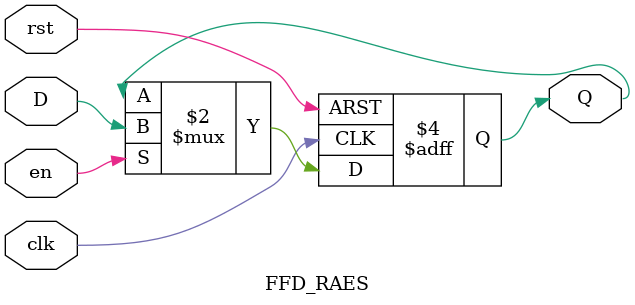
<source format=v>
/*
		*** FLIP FLOP D CON RESET ASINCRONO Y HABILITACIÓN SINCRONA ****

	El presente código implementa el diseño de un flip flop D el cual consta de 4 entradas
	clk, rst, en(enable), D(Datos) y una salida (Q). El flip flop actua con respecto al 
	flanco de subida de reloj.
	
*/

// Definición del módulo y lista de puertos
module FFD_RAES (
	input clk,
	input rst,
	input en,
	input D,
	output reg Q
);
	// Lista sensitiva
	always@(posedge clk or posedge rst) begin
		if(rst) begin
			Q<=4'b0000; // Reseteo de señales
		end
		else begin  
			if(en) begin
				Q <= D; // Escritura de datos
			end
		end
	end // Fin de lista sensitiva
	
endmodule // Fin del flip flop 

</source>
